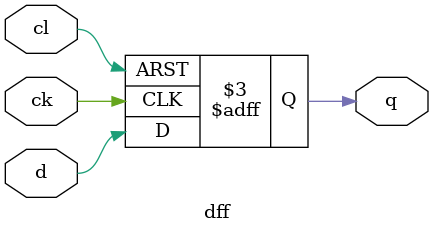
<source format=v>
module dff(cl,d,ck,q);
input cl,d,ck;
output q;
reg q;

always @(posedge ck,negedge cl)
begin
if(cl==0)
q=0;
else
q=d;
end
endmodule

</source>
